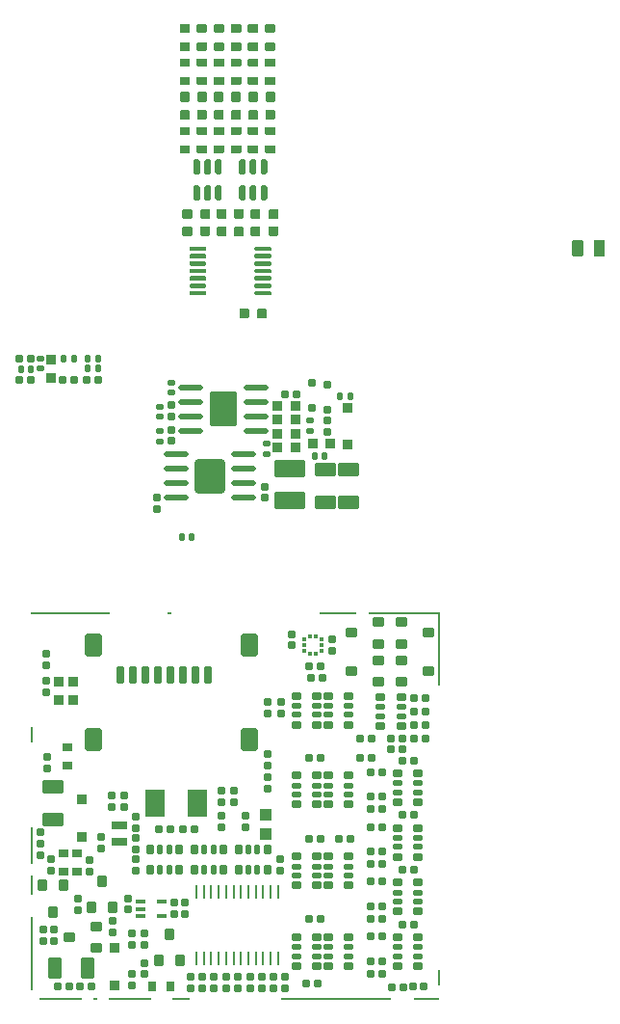
<source format=gbp>
G75*
G70*
%OFA0B0*%
%FSLAX25Y25*%
%IPPOS*%
%LPD*%
%AMOC8*
5,1,8,0,0,1.08239X$1,22.5*
%
%AMM100*
21,1,0.033470,0.026770,-0.000000,0.000000,90.000000*
21,1,0.026770,0.033470,-0.000000,0.000000,90.000000*
1,1,0.006690,0.013390,0.013390*
1,1,0.006690,0.013390,-0.013390*
1,1,0.006690,-0.013390,-0.013390*
1,1,0.006690,-0.013390,0.013390*
%
%AMM139*
21,1,0.019680,0.019680,-0.000000,-0.000000,180.000000*
21,1,0.015750,0.023620,-0.000000,-0.000000,180.000000*
1,1,0.003940,-0.007870,0.009840*
1,1,0.003940,0.007870,0.009840*
1,1,0.003940,0.007870,-0.009840*
1,1,0.003940,-0.007870,-0.009840*
%
%AMM140*
21,1,0.019680,0.019680,-0.000000,-0.000000,90.000000*
21,1,0.015750,0.023620,-0.000000,-0.000000,90.000000*
1,1,0.003940,0.009840,0.007870*
1,1,0.003940,0.009840,-0.007870*
1,1,0.003940,-0.009840,-0.007870*
1,1,0.003940,-0.009840,0.007870*
%
%AMM155*
21,1,0.033470,0.026770,-0.000000,-0.000000,90.000000*
21,1,0.026770,0.033470,-0.000000,-0.000000,90.000000*
1,1,0.006690,0.013390,0.013390*
1,1,0.006690,0.013390,-0.013390*
1,1,0.006690,-0.013390,-0.013390*
1,1,0.006690,-0.013390,0.013390*
%
%AMM156*
21,1,0.023620,0.018900,-0.000000,-0.000000,0.000000*
21,1,0.018900,0.023620,-0.000000,-0.000000,0.000000*
1,1,0.004720,0.009450,-0.009450*
1,1,0.004720,-0.009450,-0.009450*
1,1,0.004720,-0.009450,0.009450*
1,1,0.004720,0.009450,0.009450*
%
%AMM170*
21,1,0.035830,0.026770,0.000000,-0.000000,270.000000*
21,1,0.029130,0.033470,0.000000,-0.000000,270.000000*
1,1,0.006690,-0.013390,-0.014570*
1,1,0.006690,-0.013390,0.014570*
1,1,0.006690,0.013390,0.014570*
1,1,0.006690,0.013390,-0.014570*
%
%AMM171*
21,1,0.070870,0.036220,0.000000,-0.000000,0.000000*
21,1,0.061810,0.045280,0.000000,-0.000000,0.000000*
1,1,0.009060,0.030910,-0.018110*
1,1,0.009060,-0.030910,-0.018110*
1,1,0.009060,-0.030910,0.018110*
1,1,0.009060,0.030910,0.018110*
%
%AMM174*
21,1,0.023620,0.018900,0.000000,-0.000000,0.000000*
21,1,0.018900,0.023620,0.000000,-0.000000,0.000000*
1,1,0.004720,0.009450,-0.009450*
1,1,0.004720,-0.009450,-0.009450*
1,1,0.004720,-0.009450,0.009450*
1,1,0.004720,0.009450,0.009450*
%
%AMM175*
21,1,0.019680,0.019680,0.000000,-0.000000,270.000000*
21,1,0.015750,0.023620,0.000000,-0.000000,270.000000*
1,1,0.003940,-0.009840,-0.007870*
1,1,0.003940,-0.009840,0.007870*
1,1,0.003940,0.009840,0.007870*
1,1,0.003940,0.009840,-0.007870*
%
%AMM176*
21,1,0.019680,0.019680,0.000000,-0.000000,180.000000*
21,1,0.015750,0.023620,0.000000,-0.000000,180.000000*
1,1,0.003940,-0.007870,0.009840*
1,1,0.003940,0.007870,0.009840*
1,1,0.003940,0.007870,-0.009840*
1,1,0.003940,-0.007870,-0.009840*
%
%AMM190*
21,1,0.106300,0.050390,0.000000,-0.000000,0.000000*
21,1,0.093700,0.062990,0.000000,-0.000000,0.000000*
1,1,0.012600,0.046850,-0.025200*
1,1,0.012600,-0.046850,-0.025200*
1,1,0.012600,-0.046850,0.025200*
1,1,0.012600,0.046850,0.025200*
%
%AMM191*
21,1,0.033470,0.026770,0.000000,-0.000000,180.000000*
21,1,0.026770,0.033470,0.000000,-0.000000,180.000000*
1,1,0.006690,-0.013390,0.013390*
1,1,0.006690,0.013390,0.013390*
1,1,0.006690,0.013390,-0.013390*
1,1,0.006690,-0.013390,-0.013390*
%
%AMM192*
21,1,0.023620,0.018900,0.000000,-0.000000,90.000000*
21,1,0.018900,0.023620,0.000000,-0.000000,90.000000*
1,1,0.004720,0.009450,0.009450*
1,1,0.004720,0.009450,-0.009450*
1,1,0.004720,-0.009450,-0.009450*
1,1,0.004720,-0.009450,0.009450*
%
%AMM193*
21,1,0.122050,0.075590,0.000000,-0.000000,90.000000*
21,1,0.103150,0.094490,0.000000,-0.000000,90.000000*
1,1,0.018900,0.037800,0.051580*
1,1,0.018900,0.037800,-0.051580*
1,1,0.018900,-0.037800,-0.051580*
1,1,0.018900,-0.037800,0.051580*
%
%AMM194*
21,1,0.118110,0.083460,0.000000,-0.000000,270.000000*
21,1,0.097240,0.104330,0.000000,-0.000000,270.000000*
1,1,0.020870,-0.041730,-0.048620*
1,1,0.020870,-0.041730,0.048620*
1,1,0.020870,0.041730,0.048620*
1,1,0.020870,0.041730,-0.048620*
%
%AMM200*
21,1,0.025590,0.026380,-0.000000,0.000000,0.000000*
21,1,0.020470,0.031500,-0.000000,0.000000,0.000000*
1,1,0.005120,0.010240,-0.013190*
1,1,0.005120,-0.010240,-0.013190*
1,1,0.005120,-0.010240,0.013190*
1,1,0.005120,0.010240,0.013190*
%
%AMM201*
21,1,0.017720,0.027950,-0.000000,0.000000,0.000000*
21,1,0.014170,0.031500,-0.000000,0.000000,0.000000*
1,1,0.003540,0.007090,-0.013980*
1,1,0.003540,-0.007090,-0.013980*
1,1,0.003540,-0.007090,0.013980*
1,1,0.003540,0.007090,0.013980*
%
%AMM204*
21,1,0.027560,0.018900,-0.000000,0.000000,180.000000*
21,1,0.022840,0.023620,-0.000000,0.000000,180.000000*
1,1,0.004720,-0.011420,0.009450*
1,1,0.004720,0.011420,0.009450*
1,1,0.004720,0.011420,-0.009450*
1,1,0.004720,-0.011420,-0.009450*
%
%AMM206*
21,1,0.027560,0.018900,-0.000000,0.000000,270.000000*
21,1,0.022840,0.023620,-0.000000,0.000000,270.000000*
1,1,0.004720,-0.009450,-0.011420*
1,1,0.004720,-0.009450,0.011420*
1,1,0.004720,0.009450,0.011420*
1,1,0.004720,0.009450,-0.011420*
%
%AMM208*
21,1,0.035430,0.030320,-0.000000,0.000000,0.000000*
21,1,0.028350,0.037400,-0.000000,0.000000,0.000000*
1,1,0.007090,0.014170,-0.015160*
1,1,0.007090,-0.014170,-0.015160*
1,1,0.007090,-0.014170,0.015160*
1,1,0.007090,0.014170,0.015160*
%
%AMM211*
21,1,0.027560,0.030710,-0.000000,0.000000,90.000000*
21,1,0.022050,0.036220,-0.000000,0.000000,90.000000*
1,1,0.005510,0.015350,0.011020*
1,1,0.005510,0.015350,-0.011020*
1,1,0.005510,-0.015350,-0.011020*
1,1,0.005510,-0.015350,0.011020*
%
%AMM232*
21,1,0.025590,0.026380,-0.000000,0.000000,90.000000*
21,1,0.020470,0.031500,-0.000000,0.000000,90.000000*
1,1,0.005120,0.013190,0.010240*
1,1,0.005120,0.013190,-0.010240*
1,1,0.005120,-0.013190,-0.010240*
1,1,0.005120,-0.013190,0.010240*
%
%AMM233*
21,1,0.017720,0.027950,-0.000000,0.000000,90.000000*
21,1,0.014170,0.031500,-0.000000,0.000000,90.000000*
1,1,0.003540,0.013980,0.007090*
1,1,0.003540,0.013980,-0.007090*
1,1,0.003540,-0.013980,-0.007090*
1,1,0.003540,-0.013980,0.007090*
%
%AMM234*
21,1,0.078740,0.045670,-0.000000,0.000000,270.000000*
21,1,0.067320,0.057090,-0.000000,0.000000,270.000000*
1,1,0.011420,-0.022840,-0.033660*
1,1,0.011420,-0.022840,0.033660*
1,1,0.011420,0.022840,0.033660*
1,1,0.011420,0.022840,-0.033660*
%
%AMM235*
21,1,0.059060,0.020470,-0.000000,0.000000,270.000000*
21,1,0.053940,0.025590,-0.000000,0.000000,270.000000*
1,1,0.005120,-0.010240,-0.026970*
1,1,0.005120,-0.010240,0.026970*
1,1,0.005120,0.010240,0.026970*
1,1,0.005120,0.010240,-0.026970*
%
%AMM236*
21,1,0.035430,0.030320,-0.000000,0.000000,270.000000*
21,1,0.028350,0.037400,-0.000000,0.000000,270.000000*
1,1,0.007090,-0.015160,-0.014170*
1,1,0.007090,-0.015160,0.014170*
1,1,0.007090,0.015160,0.014170*
1,1,0.007090,0.015160,-0.014170*
%
%AMM237*
21,1,0.012600,0.028980,-0.000000,0.000000,270.000000*
21,1,0.010080,0.031500,-0.000000,0.000000,270.000000*
1,1,0.002520,-0.014490,-0.005040*
1,1,0.002520,-0.014490,0.005040*
1,1,0.002520,0.014490,0.005040*
1,1,0.002520,0.014490,-0.005040*
%
%AMM238*
21,1,0.070870,0.036220,-0.000000,0.000000,90.000000*
21,1,0.061810,0.045280,-0.000000,0.000000,90.000000*
1,1,0.009060,0.018110,0.030910*
1,1,0.009060,0.018110,-0.030910*
1,1,0.009060,-0.018110,-0.030910*
1,1,0.009060,-0.018110,0.030910*
%
%AMM239*
21,1,0.027560,0.049610,-0.000000,0.000000,90.000000*
21,1,0.022050,0.055120,-0.000000,0.000000,90.000000*
1,1,0.005510,0.024800,0.011020*
1,1,0.005510,0.024800,-0.011020*
1,1,0.005510,-0.024800,-0.011020*
1,1,0.005510,-0.024800,0.011020*
%
%AMM240*
21,1,0.027560,0.030710,-0.000000,0.000000,180.000000*
21,1,0.022050,0.036220,-0.000000,0.000000,180.000000*
1,1,0.005510,-0.011020,0.015350*
1,1,0.005510,0.011020,0.015350*
1,1,0.005510,0.011020,-0.015350*
1,1,0.005510,-0.011020,-0.015350*
%
%AMM98*
21,1,0.035830,0.026770,-0.000000,0.000000,90.000000*
21,1,0.029130,0.033470,-0.000000,0.000000,90.000000*
1,1,0.006690,0.013390,0.014570*
1,1,0.006690,0.013390,-0.014570*
1,1,0.006690,-0.013390,-0.014570*
1,1,0.006690,-0.013390,0.014570*
%
%AMM99*
21,1,0.070870,0.036220,-0.000000,0.000000,180.000000*
21,1,0.061810,0.045280,-0.000000,0.000000,180.000000*
1,1,0.009060,-0.030910,0.018110*
1,1,0.009060,0.030910,0.018110*
1,1,0.009060,0.030910,-0.018110*
1,1,0.009060,-0.030910,-0.018110*
%
%ADD204R,0.01378X0.01476*%
%ADD210R,0.01476X0.01378*%
%ADD251M98*%
%ADD252M99*%
%ADD253M100*%
%ADD275O,0.08661X0.01968*%
%ADD29R,0.14567X0.00787*%
%ADD295M139*%
%ADD296M140*%
%ADD30R,0.01575X0.00787*%
%ADD31R,0.06299X0.00787*%
%ADD311M155*%
%ADD312M156*%
%ADD32R,0.38189X0.00787*%
%ADD326M170*%
%ADD327M171*%
%ADD33R,0.09055X0.00787*%
%ADD330M174*%
%ADD331M175*%
%ADD332M176*%
%ADD34R,0.00787X0.05512*%
%ADD346M190*%
%ADD347M191*%
%ADD348M192*%
%ADD349M193*%
%ADD35R,0.00787X0.25197*%
%ADD350M194*%
%ADD359M200*%
%ADD36R,0.00787X0.06693*%
%ADD360M201*%
%ADD364M204*%
%ADD366M206*%
%ADD368M208*%
%ADD37R,0.00787X0.12992*%
%ADD371M211*%
%ADD38R,0.27559X0.00787*%
%ADD39R,0.12992X0.00787*%
%ADD394M232*%
%ADD395M233*%
%ADD396M234*%
%ADD397M235*%
%ADD398M236*%
%ADD399M237*%
%ADD40R,0.24803X0.00787*%
%ADD400O,0.00984X0.04961*%
%ADD401M238*%
%ADD402R,0.06693X0.09449*%
%ADD403M239*%
%ADD404R,0.04331X0.03937*%
%ADD405M240*%
X0000000Y0000000D02*
%LPD*%
G01*
G36*
G01*
X0171693Y0345079D02*
X0174764Y0345079D01*
G75*
G02*
X0175039Y0344803I0000000J-000276D01*
G01*
X0175039Y0342598D01*
G75*
G02*
X0174764Y0342323I-000276J0000000D01*
G01*
X0171693Y0342323D01*
G75*
G02*
X0171417Y0342598I0000000J0000276D01*
G01*
X0171417Y0344803D01*
G75*
G02*
X0171693Y0345079I0000276J0000000D01*
G01*
G37*
G36*
G01*
X0171693Y0338780D02*
X0174764Y0338780D01*
G75*
G02*
X0175039Y0338504I0000000J-000276D01*
G01*
X0175039Y0336299D01*
G75*
G02*
X0174764Y0336024I-000276J0000000D01*
G01*
X0171693Y0336024D01*
G75*
G02*
X0171417Y0336299I0000000J0000276D01*
G01*
X0171417Y0338504D01*
G75*
G02*
X0171693Y0338780I0000276J0000000D01*
G01*
G37*
G36*
G01*
X0154173Y0333524D02*
X0156850Y0333524D01*
G75*
G02*
X0157185Y0333189I0000000J-000335D01*
G01*
X0157185Y0330512D01*
G75*
G02*
X0156850Y0330177I-000335J0000000D01*
G01*
X0154173Y0330177D01*
G75*
G02*
X0153839Y0330512I0000000J0000335D01*
G01*
X0153839Y0333189D01*
G75*
G02*
X0154173Y0333524I0000335J0000000D01*
G01*
G37*
G36*
G01*
X0154173Y0327303D02*
X0156850Y0327303D01*
G75*
G02*
X0157185Y0326968I0000000J-000335D01*
G01*
X0157185Y0324291D01*
G75*
G02*
X0156850Y0323957I-000335J0000000D01*
G01*
X0154173Y0323957D01*
G75*
G02*
X0153839Y0324291I0000000J0000335D01*
G01*
X0153839Y0326968D01*
G75*
G02*
X0154173Y0327303I0000335J0000000D01*
G01*
G37*
G36*
G01*
X0165984Y0333524D02*
X0168661Y0333524D01*
G75*
G02*
X0168996Y0333189I0000000J-000335D01*
G01*
X0168996Y0330512D01*
G75*
G02*
X0168661Y0330177I-000335J0000000D01*
G01*
X0165984Y0330177D01*
G75*
G02*
X0165650Y0330512I0000000J0000335D01*
G01*
X0165650Y0333189D01*
G75*
G02*
X0165984Y0333524I0000335J0000000D01*
G01*
G37*
G36*
G01*
X0165984Y0327303D02*
X0168661Y0327303D01*
G75*
G02*
X0168996Y0326968I0000000J-000335D01*
G01*
X0168996Y0324291D01*
G75*
G02*
X0168661Y0323957I-000335J0000000D01*
G01*
X0165984Y0323957D01*
G75*
G02*
X0165650Y0324291I0000000J0000335D01*
G01*
X0165650Y0326968D01*
G75*
G02*
X0165984Y0327303I0000335J0000000D01*
G01*
G37*
G36*
G01*
X0174764Y0312402D02*
X0171693Y0312402D01*
G75*
G02*
X0171417Y0312677I0000000J0000276D01*
G01*
X0171417Y0314882D01*
G75*
G02*
X0171693Y0315157I0000276J0000000D01*
G01*
X0174764Y0315157D01*
G75*
G02*
X0175039Y0314882I0000000J-000276D01*
G01*
X0175039Y0312677D01*
G75*
G02*
X0174764Y0312402I-000276J0000000D01*
G01*
G37*
G36*
G01*
X0174764Y0318701D02*
X0171693Y0318701D01*
G75*
G02*
X0171417Y0318976I0000000J0000276D01*
G01*
X0171417Y0321181D01*
G75*
G02*
X0171693Y0321457I0000276J0000000D01*
G01*
X0174764Y0321457D01*
G75*
G02*
X0175039Y0321181I0000000J-000276D01*
G01*
X0175039Y0318976D01*
G75*
G02*
X0174764Y0318701I-000276J0000000D01*
G01*
G37*
G36*
G01*
X0160079Y0333524D02*
X0162756Y0333524D01*
G75*
G02*
X0163091Y0333189I0000000J-000335D01*
G01*
X0163091Y0330512D01*
G75*
G02*
X0162756Y0330177I-000335J0000000D01*
G01*
X0160079Y0330177D01*
G75*
G02*
X0159744Y0330512I0000000J0000335D01*
G01*
X0159744Y0333189D01*
G75*
G02*
X0160079Y0333524I0000335J0000000D01*
G01*
G37*
G36*
G01*
X0160079Y0327303D02*
X0162756Y0327303D01*
G75*
G02*
X0163091Y0326968I0000000J-000335D01*
G01*
X0163091Y0324291D01*
G75*
G02*
X0162756Y0323957I-000335J0000000D01*
G01*
X0160079Y0323957D01*
G75*
G02*
X0159744Y0324291I0000000J0000335D01*
G01*
X0159744Y0326968D01*
G75*
G02*
X0160079Y0327303I0000335J0000000D01*
G01*
G37*
G36*
G01*
X0177598Y0345079D02*
X0180669Y0345079D01*
G75*
G02*
X0180945Y0344803I0000000J-000276D01*
G01*
X0180945Y0342598D01*
G75*
G02*
X0180669Y0342323I-000276J0000000D01*
G01*
X0177598Y0342323D01*
G75*
G02*
X0177323Y0342598I0000000J0000276D01*
G01*
X0177323Y0344803D01*
G75*
G02*
X0177598Y0345079I0000276J0000000D01*
G01*
G37*
G36*
G01*
X0177598Y0338780D02*
X0180669Y0338780D01*
G75*
G02*
X0180945Y0338504I0000000J-000276D01*
G01*
X0180945Y0336299D01*
G75*
G02*
X0180669Y0336024I-000276J0000000D01*
G01*
X0177598Y0336024D01*
G75*
G02*
X0177323Y0336299I0000000J0000276D01*
G01*
X0177323Y0338504D01*
G75*
G02*
X0177598Y0338780I0000276J0000000D01*
G01*
G37*
G36*
G01*
X0157087Y0263583D02*
X0157087Y0264370D01*
G75*
G02*
X0157480Y0264764I0000394J0000000D01*
G01*
X0162500Y0264764D01*
G75*
G02*
X0162894Y0264370I0000000J-000394D01*
G01*
X0162894Y0263583D01*
G75*
G02*
X0162500Y0263189I-000394J0000000D01*
G01*
X0157480Y0263189D01*
G75*
G02*
X0157087Y0263583I0000000J0000394D01*
G01*
G37*
G36*
G01*
X0157087Y0266142D02*
X0157087Y0266929D01*
G75*
G02*
X0157480Y0267323I0000394J0000000D01*
G01*
X0162500Y0267323D01*
G75*
G02*
X0162894Y0266929I0000000J-000394D01*
G01*
X0162894Y0266142D01*
G75*
G02*
X0162500Y0265748I-000394J0000000D01*
G01*
X0157480Y0265748D01*
G75*
G02*
X0157087Y0266142I0000000J0000394D01*
G01*
G37*
G36*
G01*
X0157087Y0268701D02*
X0157087Y0269488D01*
G75*
G02*
X0157480Y0269882I0000394J0000000D01*
G01*
X0162500Y0269882D01*
G75*
G02*
X0162894Y0269488I0000000J-000394D01*
G01*
X0162894Y0268701D01*
G75*
G02*
X0162500Y0268307I-000394J0000000D01*
G01*
X0157480Y0268307D01*
G75*
G02*
X0157087Y0268701I0000000J0000394D01*
G01*
G37*
G36*
G01*
X0157087Y0271260D02*
X0157087Y0272047D01*
G75*
G02*
X0157480Y0272441I0000394J0000000D01*
G01*
X0162500Y0272441D01*
G75*
G02*
X0162894Y0272047I0000000J-000394D01*
G01*
X0162894Y0271260D01*
G75*
G02*
X0162500Y0270866I-000394J0000000D01*
G01*
X0157480Y0270866D01*
G75*
G02*
X0157087Y0271260I0000000J0000394D01*
G01*
G37*
G36*
G01*
X0157087Y0273819D02*
X0157087Y0274606D01*
G75*
G02*
X0157480Y0275000I0000394J0000000D01*
G01*
X0162500Y0275000D01*
G75*
G02*
X0162894Y0274606I0000000J-000394D01*
G01*
X0162894Y0273819D01*
G75*
G02*
X0162500Y0273425I-000394J0000000D01*
G01*
X0157480Y0273425D01*
G75*
G02*
X0157087Y0273819I0000000J0000394D01*
G01*
G37*
G36*
G01*
X0157087Y0276378D02*
X0157087Y0277165D01*
G75*
G02*
X0157480Y0277559I0000394J0000000D01*
G01*
X0162500Y0277559D01*
G75*
G02*
X0162894Y0277165I0000000J-000394D01*
G01*
X0162894Y0276378D01*
G75*
G02*
X0162500Y0275984I-000394J0000000D01*
G01*
X0157480Y0275984D01*
G75*
G02*
X0157087Y0276378I0000000J0000394D01*
G01*
G37*
G36*
G01*
X0157087Y0278937D02*
X0157087Y0279724D01*
G75*
G02*
X0157480Y0280118I0000394J0000000D01*
G01*
X0162500Y0280118D01*
G75*
G02*
X0162894Y0279724I0000000J-000394D01*
G01*
X0162894Y0278937D01*
G75*
G02*
X0162500Y0278543I-000394J0000000D01*
G01*
X0157480Y0278543D01*
G75*
G02*
X0157087Y0278937I0000000J0000394D01*
G01*
G37*
G36*
G01*
X0179626Y0278937D02*
X0179626Y0279724D01*
G75*
G02*
X0180020Y0280118I0000394J0000000D01*
G01*
X0185039Y0280118D01*
G75*
G02*
X0185433Y0279724I0000000J-000394D01*
G01*
X0185433Y0278937D01*
G75*
G02*
X0185039Y0278543I-000394J0000000D01*
G01*
X0180020Y0278543D01*
G75*
G02*
X0179626Y0278937I0000000J0000394D01*
G01*
G37*
G36*
G01*
X0179626Y0276378D02*
X0179626Y0277165D01*
G75*
G02*
X0180020Y0277559I0000394J0000000D01*
G01*
X0185039Y0277559D01*
G75*
G02*
X0185433Y0277165I0000000J-000394D01*
G01*
X0185433Y0276378D01*
G75*
G02*
X0185039Y0275984I-000394J0000000D01*
G01*
X0180020Y0275984D01*
G75*
G02*
X0179626Y0276378I0000000J0000394D01*
G01*
G37*
G36*
G01*
X0179626Y0273819D02*
X0179626Y0274606D01*
G75*
G02*
X0180020Y0275000I0000394J0000000D01*
G01*
X0185039Y0275000D01*
G75*
G02*
X0185433Y0274606I0000000J-000394D01*
G01*
X0185433Y0273819D01*
G75*
G02*
X0185039Y0273425I-000394J0000000D01*
G01*
X0180020Y0273425D01*
G75*
G02*
X0179626Y0273819I0000000J0000394D01*
G01*
G37*
G36*
G01*
X0179626Y0271260D02*
X0179626Y0272047D01*
G75*
G02*
X0180020Y0272441I0000394J0000000D01*
G01*
X0185039Y0272441D01*
G75*
G02*
X0185433Y0272047I0000000J-000394D01*
G01*
X0185433Y0271260D01*
G75*
G02*
X0185039Y0270866I-000394J0000000D01*
G01*
X0180020Y0270866D01*
G75*
G02*
X0179626Y0271260I0000000J0000394D01*
G01*
G37*
G36*
G01*
X0179626Y0268701D02*
X0179626Y0269488D01*
G75*
G02*
X0180020Y0269882I0000394J0000000D01*
G01*
X0185039Y0269882D01*
G75*
G02*
X0185433Y0269488I0000000J-000394D01*
G01*
X0185433Y0268701D01*
G75*
G02*
X0185039Y0268307I-000394J0000000D01*
G01*
X0180020Y0268307D01*
G75*
G02*
X0179626Y0268701I0000000J0000394D01*
G01*
G37*
G36*
G01*
X0179626Y0266142D02*
X0179626Y0266929D01*
G75*
G02*
X0180020Y0267323I0000394J0000000D01*
G01*
X0185039Y0267323D01*
G75*
G02*
X0185433Y0266929I0000000J-000394D01*
G01*
X0185433Y0266142D01*
G75*
G02*
X0185039Y0265748I-000394J0000000D01*
G01*
X0180020Y0265748D01*
G75*
G02*
X0179626Y0266142I0000000J0000394D01*
G01*
G37*
G36*
G01*
X0179626Y0263583D02*
X0179626Y0264370D01*
G75*
G02*
X0180020Y0264764I0000394J0000000D01*
G01*
X0185039Y0264764D01*
G75*
G02*
X0185433Y0264370I0000000J-000394D01*
G01*
X0185433Y0263583D01*
G75*
G02*
X0185039Y0263189I-000394J0000000D01*
G01*
X0180020Y0263189D01*
G75*
G02*
X0179626Y0263583I0000000J0000394D01*
G01*
G37*
G36*
G01*
X0175551Y0283602D02*
X0172874Y0283602D01*
G75*
G02*
X0172539Y0283937I0000000J0000335D01*
G01*
X0172539Y0286614D01*
G75*
G02*
X0172874Y0286949I0000335J0000000D01*
G01*
X0175551Y0286949D01*
G75*
G02*
X0175886Y0286614I0000000J-000335D01*
G01*
X0175886Y0283937D01*
G75*
G02*
X0175551Y0283602I-000335J0000000D01*
G01*
G37*
G36*
G01*
X0175551Y0289823D02*
X0172874Y0289823D01*
G75*
G02*
X0172539Y0290157I0000000J0000335D01*
G01*
X0172539Y0292835D01*
G75*
G02*
X0172874Y0293169I0000335J0000000D01*
G01*
X0175551Y0293169D01*
G75*
G02*
X0175886Y0292835I0000000J-000335D01*
G01*
X0175886Y0290157D01*
G75*
G02*
X0175551Y0289823I-000335J0000000D01*
G01*
G37*
G36*
G01*
X0162953Y0312402D02*
X0159882Y0312402D01*
G75*
G02*
X0159606Y0312677I0000000J0000276D01*
G01*
X0159606Y0314882D01*
G75*
G02*
X0159882Y0315157I0000276J0000000D01*
G01*
X0162953Y0315157D01*
G75*
G02*
X0163228Y0314882I0000000J-000276D01*
G01*
X0163228Y0312677D01*
G75*
G02*
X0162953Y0312402I-000276J0000000D01*
G01*
G37*
G36*
G01*
X0162953Y0318701D02*
X0159882Y0318701D01*
G75*
G02*
X0159606Y0318976I0000000J0000276D01*
G01*
X0159606Y0321181D01*
G75*
G02*
X0159882Y0321457I0000276J0000000D01*
G01*
X0162953Y0321457D01*
G75*
G02*
X0163228Y0321181I0000000J-000276D01*
G01*
X0163228Y0318976D01*
G75*
G02*
X0162953Y0318701I-000276J0000000D01*
G01*
G37*
G36*
G01*
X0157047Y0312402D02*
X0153976Y0312402D01*
G75*
G02*
X0153701Y0312677I0000000J0000276D01*
G01*
X0153701Y0314882D01*
G75*
G02*
X0153976Y0315157I0000276J0000000D01*
G01*
X0157047Y0315157D01*
G75*
G02*
X0157323Y0314882I0000000J-000276D01*
G01*
X0157323Y0312677D01*
G75*
G02*
X0157047Y0312402I-000276J0000000D01*
G01*
G37*
G36*
G01*
X0157047Y0318701D02*
X0153976Y0318701D01*
G75*
G02*
X0153701Y0318976I0000000J0000276D01*
G01*
X0153701Y0321181D01*
G75*
G02*
X0153976Y0321457I0000276J0000000D01*
G01*
X0157047Y0321457D01*
G75*
G02*
X0157323Y0321181I0000000J-000276D01*
G01*
X0157323Y0318976D01*
G75*
G02*
X0157047Y0318701I-000276J0000000D01*
G01*
G37*
G36*
G01*
X0180669Y0312402D02*
X0177598Y0312402D01*
G75*
G02*
X0177323Y0312677I0000000J0000276D01*
G01*
X0177323Y0314882D01*
G75*
G02*
X0177598Y0315157I0000276J0000000D01*
G01*
X0180669Y0315157D01*
G75*
G02*
X0180945Y0314882I0000000J-000276D01*
G01*
X0180945Y0312677D01*
G75*
G02*
X0180669Y0312402I-000276J0000000D01*
G01*
G37*
G36*
G01*
X0180669Y0318701D02*
X0177598Y0318701D01*
G75*
G02*
X0177323Y0318976I0000000J0000276D01*
G01*
X0177323Y0321181D01*
G75*
G02*
X0177598Y0321457I0000276J0000000D01*
G01*
X0180669Y0321457D01*
G75*
G02*
X0180945Y0321181I0000000J-000276D01*
G01*
X0180945Y0318976D01*
G75*
G02*
X0180669Y0318701I-000276J0000000D01*
G01*
G37*
G36*
G01*
X0171890Y0333524D02*
X0174567Y0333524D01*
G75*
G02*
X0174902Y0333189I0000000J-000335D01*
G01*
X0174902Y0330512D01*
G75*
G02*
X0174567Y0330177I-000335J0000000D01*
G01*
X0171890Y0330177D01*
G75*
G02*
X0171555Y0330512I0000000J0000335D01*
G01*
X0171555Y0333189D01*
G75*
G02*
X0171890Y0333524I0000335J0000000D01*
G01*
G37*
G36*
G01*
X0171890Y0327303D02*
X0174567Y0327303D01*
G75*
G02*
X0174902Y0326968I0000000J-000335D01*
G01*
X0174902Y0324291D01*
G75*
G02*
X0174567Y0323957I-000335J0000000D01*
G01*
X0171890Y0323957D01*
G75*
G02*
X0171555Y0324291I0000000J0000335D01*
G01*
X0171555Y0326968D01*
G75*
G02*
X0171890Y0327303I0000335J0000000D01*
G01*
G37*
G36*
G01*
X0183465Y0296063D02*
X0182283Y0296063D01*
G75*
G02*
X0181693Y0296654I0000000J0000591D01*
G01*
X0181693Y0300689D01*
G75*
G02*
X0182283Y0301280I0000591J0000000D01*
G01*
X0183465Y0301280D01*
G75*
G02*
X0184055Y0300689I0000000J-000591D01*
G01*
X0184055Y0296654D01*
G75*
G02*
X0183465Y0296063I-000591J0000000D01*
G01*
G37*
G36*
G01*
X0179724Y0296063D02*
X0178543Y0296063D01*
G75*
G02*
X0177953Y0296654I0000000J0000591D01*
G01*
X0177953Y0300689D01*
G75*
G02*
X0178543Y0301280I0000591J0000000D01*
G01*
X0179724Y0301280D01*
G75*
G02*
X0180315Y0300689I0000000J-000591D01*
G01*
X0180315Y0296654D01*
G75*
G02*
X0179724Y0296063I-000591J0000000D01*
G01*
G37*
G36*
G01*
X0175984Y0296063D02*
X0174803Y0296063D01*
G75*
G02*
X0174213Y0296654I0000000J0000591D01*
G01*
X0174213Y0300689D01*
G75*
G02*
X0174803Y0301280I0000591J0000000D01*
G01*
X0175984Y0301280D01*
G75*
G02*
X0176575Y0300689I0000000J-000591D01*
G01*
X0176575Y0296654D01*
G75*
G02*
X0175984Y0296063I-000591J0000000D01*
G01*
G37*
G36*
G01*
X0175984Y0305020D02*
X0174803Y0305020D01*
G75*
G02*
X0174213Y0305610I0000000J0000591D01*
G01*
X0174213Y0309646D01*
G75*
G02*
X0174803Y0310236I0000591J0000000D01*
G01*
X0175984Y0310236D01*
G75*
G02*
X0176575Y0309646I0000000J-000591D01*
G01*
X0176575Y0305610D01*
G75*
G02*
X0175984Y0305020I-000591J0000000D01*
G01*
G37*
G36*
G01*
X0179724Y0305020D02*
X0178543Y0305020D01*
G75*
G02*
X0177953Y0305610I0000000J0000591D01*
G01*
X0177953Y0309646D01*
G75*
G02*
X0178543Y0310236I0000591J0000000D01*
G01*
X0179724Y0310236D01*
G75*
G02*
X0180315Y0309646I0000000J-000591D01*
G01*
X0180315Y0305610D01*
G75*
G02*
X0179724Y0305020I-000591J0000000D01*
G01*
G37*
G36*
G01*
X0183465Y0305020D02*
X0182283Y0305020D01*
G75*
G02*
X0181693Y0305610I0000000J0000591D01*
G01*
X0181693Y0309646D01*
G75*
G02*
X0182283Y0310236I0000591J0000000D01*
G01*
X0183465Y0310236D01*
G75*
G02*
X0184055Y0309646I0000000J-000591D01*
G01*
X0184055Y0305610D01*
G75*
G02*
X0183465Y0305020I-000591J0000000D01*
G01*
G37*
G36*
G01*
X0164232Y0286772D02*
X0164232Y0284094D01*
G75*
G02*
X0163898Y0283760I-000335J0000000D01*
G01*
X0161220Y0283760D01*
G75*
G02*
X0160886Y0284094I0000000J0000335D01*
G01*
X0160886Y0286772D01*
G75*
G02*
X0161220Y0287106I0000335J0000000D01*
G01*
X0163898Y0287106D01*
G75*
G02*
X0164232Y0286772I0000000J-000335D01*
G01*
G37*
G36*
G01*
X0158012Y0286772D02*
X0158012Y0284094D01*
G75*
G02*
X0157677Y0283760I-000335J0000000D01*
G01*
X0155000Y0283760D01*
G75*
G02*
X0154665Y0284094I0000000J0000335D01*
G01*
X0154665Y0286772D01*
G75*
G02*
X0155000Y0287106I0000335J0000000D01*
G01*
X0157677Y0287106D01*
G75*
G02*
X0158012Y0286772I0000000J-000335D01*
G01*
G37*
G36*
G01*
X0153976Y0345079D02*
X0157047Y0345079D01*
G75*
G02*
X0157323Y0344803I0000000J-000276D01*
G01*
X0157323Y0342598D01*
G75*
G02*
X0157047Y0342323I-000276J0000000D01*
G01*
X0153976Y0342323D01*
G75*
G02*
X0153701Y0342598I0000000J0000276D01*
G01*
X0153701Y0344803D01*
G75*
G02*
X0153976Y0345079I0000276J0000000D01*
G01*
G37*
G36*
G01*
X0153976Y0338780D02*
X0157047Y0338780D01*
G75*
G02*
X0157323Y0338504I0000000J-000276D01*
G01*
X0157323Y0336299D01*
G75*
G02*
X0157047Y0336024I-000276J0000000D01*
G01*
X0153976Y0336024D01*
G75*
G02*
X0153701Y0336299I0000000J0000276D01*
G01*
X0153701Y0338504D01*
G75*
G02*
X0153976Y0338780I0000276J0000000D01*
G01*
G37*
G36*
G01*
X0183701Y0333524D02*
X0186378Y0333524D01*
G75*
G02*
X0186713Y0333189I0000000J-000335D01*
G01*
X0186713Y0330512D01*
G75*
G02*
X0186378Y0330177I-000335J0000000D01*
G01*
X0183701Y0330177D01*
G75*
G02*
X0183366Y0330512I0000000J0000335D01*
G01*
X0183366Y0333189D01*
G75*
G02*
X0183701Y0333524I0000335J0000000D01*
G01*
G37*
G36*
G01*
X0183701Y0327303D02*
X0186378Y0327303D01*
G75*
G02*
X0186713Y0326968I0000000J-000335D01*
G01*
X0186713Y0324291D01*
G75*
G02*
X0186378Y0323957I-000335J0000000D01*
G01*
X0183701Y0323957D01*
G75*
G02*
X0183366Y0324291I0000000J0000335D01*
G01*
X0183366Y0326968D01*
G75*
G02*
X0183701Y0327303I0000335J0000000D01*
G01*
G37*
G36*
G01*
X0153980Y0356890D02*
X0157051Y0356890D01*
G75*
G02*
X0157327Y0356614I0000000J-000276D01*
G01*
X0157327Y0354409D01*
G75*
G02*
X0157051Y0354134I-000276J0000000D01*
G01*
X0153980Y0354134D01*
G75*
G02*
X0153705Y0354409I0000000J0000276D01*
G01*
X0153705Y0356614D01*
G75*
G02*
X0153980Y0356890I0000276J0000000D01*
G01*
G37*
G36*
G01*
X0153980Y0350591D02*
X0157051Y0350591D01*
G75*
G02*
X0157327Y0350315I0000000J-000276D01*
G01*
X0157327Y0348110D01*
G75*
G02*
X0157051Y0347835I-000276J0000000D01*
G01*
X0153980Y0347835D01*
G75*
G02*
X0153705Y0348110I0000000J0000276D01*
G01*
X0153705Y0350315D01*
G75*
G02*
X0153980Y0350591I0000276J0000000D01*
G01*
G37*
G36*
G01*
X0174350Y0255551D02*
X0174350Y0258228D01*
G75*
G02*
X0174685Y0258563I0000335J0000000D01*
G01*
X0177362Y0258563D01*
G75*
G02*
X0177697Y0258228I0000000J-000335D01*
G01*
X0177697Y0255551D01*
G75*
G02*
X0177362Y0255217I-000335J0000000D01*
G01*
X0174685Y0255217D01*
G75*
G02*
X0174350Y0255551I0000000J0000335D01*
G01*
G37*
G36*
G01*
X0180571Y0255551D02*
X0180571Y0258228D01*
G75*
G02*
X0180906Y0258563I0000335J0000000D01*
G01*
X0183583Y0258563D01*
G75*
G02*
X0183917Y0258228I0000000J-000335D01*
G01*
X0183917Y0255551D01*
G75*
G02*
X0183583Y0255217I-000335J0000000D01*
G01*
X0180906Y0255217D01*
G75*
G02*
X0180571Y0255551I0000000J0000335D01*
G01*
G37*
G36*
G01*
X0165787Y0345079D02*
X0168858Y0345079D01*
G75*
G02*
X0169134Y0344803I0000000J-000276D01*
G01*
X0169134Y0342598D01*
G75*
G02*
X0168858Y0342323I-000276J0000000D01*
G01*
X0165787Y0342323D01*
G75*
G02*
X0165512Y0342598I0000000J0000276D01*
G01*
X0165512Y0344803D01*
G75*
G02*
X0165787Y0345079I0000276J0000000D01*
G01*
G37*
G36*
G01*
X0165787Y0338780D02*
X0168858Y0338780D01*
G75*
G02*
X0169134Y0338504I0000000J-000276D01*
G01*
X0169134Y0336299D01*
G75*
G02*
X0168858Y0336024I-000276J0000000D01*
G01*
X0165787Y0336024D01*
G75*
G02*
X0165512Y0336299I0000000J0000276D01*
G01*
X0165512Y0338504D01*
G75*
G02*
X0165787Y0338780I0000276J0000000D01*
G01*
G37*
G36*
G01*
X0177795Y0333524D02*
X0180472Y0333524D01*
G75*
G02*
X0180807Y0333189I0000000J-000335D01*
G01*
X0180807Y0330512D01*
G75*
G02*
X0180472Y0330177I-000335J0000000D01*
G01*
X0177795Y0330177D01*
G75*
G02*
X0177461Y0330512I0000000J0000335D01*
G01*
X0177461Y0333189D01*
G75*
G02*
X0177795Y0333524I0000335J0000000D01*
G01*
G37*
G36*
G01*
X0177795Y0327303D02*
X0180472Y0327303D01*
G75*
G02*
X0180807Y0326968I0000000J-000335D01*
G01*
X0180807Y0324291D01*
G75*
G02*
X0180472Y0323957I-000335J0000000D01*
G01*
X0177795Y0323957D01*
G75*
G02*
X0177461Y0324291I0000000J0000335D01*
G01*
X0177461Y0326968D01*
G75*
G02*
X0177795Y0327303I0000335J0000000D01*
G01*
G37*
G36*
G01*
X0159882Y0356890D02*
X0162953Y0356890D01*
G75*
G02*
X0163228Y0356614I0000000J-000276D01*
G01*
X0163228Y0354409D01*
G75*
G02*
X0162953Y0354134I-000276J0000000D01*
G01*
X0159882Y0354134D01*
G75*
G02*
X0159606Y0354409I0000000J0000276D01*
G01*
X0159606Y0356614D01*
G75*
G02*
X0159882Y0356890I0000276J0000000D01*
G01*
G37*
G36*
G01*
X0159882Y0350591D02*
X0162953Y0350591D01*
G75*
G02*
X0163228Y0350315I0000000J-000276D01*
G01*
X0163228Y0348110D01*
G75*
G02*
X0162953Y0347835I-000276J0000000D01*
G01*
X0159882Y0347835D01*
G75*
G02*
X0159606Y0348110I0000000J0000276D01*
G01*
X0159606Y0350315D01*
G75*
G02*
X0159882Y0350591I0000276J0000000D01*
G01*
G37*
G36*
G01*
X0187854Y0292677D02*
X0187854Y0290000D01*
G75*
G02*
X0187520Y0289665I-000335J0000000D01*
G01*
X0184843Y0289665D01*
G75*
G02*
X0184508Y0290000I0000000J0000335D01*
G01*
X0184508Y0292677D01*
G75*
G02*
X0184843Y0293012I0000335J0000000D01*
G01*
X0187520Y0293012D01*
G75*
G02*
X0187854Y0292677I0000000J-000335D01*
G01*
G37*
G36*
G01*
X0181634Y0292677D02*
X0181634Y0290000D01*
G75*
G02*
X0181299Y0289665I-000335J0000000D01*
G01*
X0178622Y0289665D01*
G75*
G02*
X0178287Y0290000I0000000J0000335D01*
G01*
X0178287Y0292677D01*
G75*
G02*
X0178622Y0293012I0000335J0000000D01*
G01*
X0181299Y0293012D01*
G75*
G02*
X0181634Y0292677I0000000J-000335D01*
G01*
G37*
G36*
G01*
X0168858Y0312402D02*
X0165787Y0312402D01*
G75*
G02*
X0165512Y0312677I0000000J0000276D01*
G01*
X0165512Y0314882D01*
G75*
G02*
X0165787Y0315157I0000276J0000000D01*
G01*
X0168858Y0315157D01*
G75*
G02*
X0169134Y0314882I0000000J-000276D01*
G01*
X0169134Y0312677D01*
G75*
G02*
X0168858Y0312402I-000276J0000000D01*
G01*
G37*
G36*
G01*
X0168858Y0318701D02*
X0165787Y0318701D01*
G75*
G02*
X0165512Y0318976I0000000J0000276D01*
G01*
X0165512Y0321181D01*
G75*
G02*
X0165787Y0321457I0000276J0000000D01*
G01*
X0168858Y0321457D01*
G75*
G02*
X0169134Y0321181I0000000J-000276D01*
G01*
X0169134Y0318976D01*
G75*
G02*
X0168858Y0318701I-000276J0000000D01*
G01*
G37*
G36*
G01*
X0178287Y0284094D02*
X0178287Y0286772D01*
G75*
G02*
X0178622Y0287106I0000335J0000000D01*
G01*
X0181299Y0287106D01*
G75*
G02*
X0181634Y0286772I0000000J-000335D01*
G01*
X0181634Y0284094D01*
G75*
G02*
X0181299Y0283760I-000335J0000000D01*
G01*
X0178622Y0283760D01*
G75*
G02*
X0178287Y0284094I0000000J0000335D01*
G01*
G37*
G36*
G01*
X0184508Y0284094D02*
X0184508Y0286772D01*
G75*
G02*
X0184843Y0287106I0000335J0000000D01*
G01*
X0187520Y0287106D01*
G75*
G02*
X0187854Y0286772I0000000J-000335D01*
G01*
X0187854Y0284094D01*
G75*
G02*
X0187520Y0283760I-000335J0000000D01*
G01*
X0184843Y0283760D01*
G75*
G02*
X0184508Y0284094I0000000J0000335D01*
G01*
G37*
G36*
G01*
X0167717Y0296063D02*
X0166535Y0296063D01*
G75*
G02*
X0165945Y0296654I0000000J0000591D01*
G01*
X0165945Y0300689D01*
G75*
G02*
X0166535Y0301280I0000591J0000000D01*
G01*
X0167717Y0301280D01*
G75*
G02*
X0168307Y0300689I0000000J-000591D01*
G01*
X0168307Y0296654D01*
G75*
G02*
X0167717Y0296063I-000591J0000000D01*
G01*
G37*
G36*
G01*
X0163976Y0296063D02*
X0162795Y0296063D01*
G75*
G02*
X0162205Y0296654I0000000J0000591D01*
G01*
X0162205Y0300689D01*
G75*
G02*
X0162795Y0301280I0000591J0000000D01*
G01*
X0163976Y0301280D01*
G75*
G02*
X0164567Y0300689I0000000J-000591D01*
G01*
X0164567Y0296654D01*
G75*
G02*
X0163976Y0296063I-000591J0000000D01*
G01*
G37*
G36*
G01*
X0160236Y0296063D02*
X0159055Y0296063D01*
G75*
G02*
X0158465Y0296654I0000000J0000591D01*
G01*
X0158465Y0300689D01*
G75*
G02*
X0159055Y0301280I0000591J0000000D01*
G01*
X0160236Y0301280D01*
G75*
G02*
X0160827Y0300689I0000000J-000591D01*
G01*
X0160827Y0296654D01*
G75*
G02*
X0160236Y0296063I-000591J0000000D01*
G01*
G37*
G36*
G01*
X0160236Y0305020D02*
X0159055Y0305020D01*
G75*
G02*
X0158465Y0305610I0000000J0000591D01*
G01*
X0158465Y0309646D01*
G75*
G02*
X0159055Y0310236I0000591J0000000D01*
G01*
X0160236Y0310236D01*
G75*
G02*
X0160827Y0309646I0000000J-000591D01*
G01*
X0160827Y0305610D01*
G75*
G02*
X0160236Y0305020I-000591J0000000D01*
G01*
G37*
G36*
G01*
X0163976Y0305020D02*
X0162795Y0305020D01*
G75*
G02*
X0162205Y0305610I0000000J0000591D01*
G01*
X0162205Y0309646D01*
G75*
G02*
X0162795Y0310236I0000591J0000000D01*
G01*
X0163976Y0310236D01*
G75*
G02*
X0164567Y0309646I0000000J-000591D01*
G01*
X0164567Y0305610D01*
G75*
G02*
X0163976Y0305020I-000591J0000000D01*
G01*
G37*
G36*
G01*
X0167717Y0305020D02*
X0166535Y0305020D01*
G75*
G02*
X0165945Y0305610I0000000J0000591D01*
G01*
X0165945Y0309646D01*
G75*
G02*
X0166535Y0310236I0000591J0000000D01*
G01*
X0167717Y0310236D01*
G75*
G02*
X0168307Y0309646I0000000J-000591D01*
G01*
X0168307Y0305610D01*
G75*
G02*
X0167717Y0305020I-000591J0000000D01*
G01*
G37*
G36*
G01*
X0177598Y0356890D02*
X0180669Y0356890D01*
G75*
G02*
X0180945Y0356614I0000000J-000276D01*
G01*
X0180945Y0354409D01*
G75*
G02*
X0180669Y0354134I-000276J0000000D01*
G01*
X0177598Y0354134D01*
G75*
G02*
X0177323Y0354409I0000000J0000276D01*
G01*
X0177323Y0356614D01*
G75*
G02*
X0177598Y0356890I0000276J0000000D01*
G01*
G37*
G36*
G01*
X0177598Y0350591D02*
X0180669Y0350591D01*
G75*
G02*
X0180945Y0350315I0000000J-000276D01*
G01*
X0180945Y0348110D01*
G75*
G02*
X0180669Y0347835I-000276J0000000D01*
G01*
X0177598Y0347835D01*
G75*
G02*
X0177323Y0348110I0000000J0000276D01*
G01*
X0177323Y0350315D01*
G75*
G02*
X0177598Y0350591I0000276J0000000D01*
G01*
G37*
G36*
G01*
X0183504Y0356890D02*
X0186575Y0356890D01*
G75*
G02*
X0186850Y0356614I0000000J-000276D01*
G01*
X0186850Y0354409D01*
G75*
G02*
X0186575Y0354134I-000276J0000000D01*
G01*
X0183504Y0354134D01*
G75*
G02*
X0183228Y0354409I0000000J0000276D01*
G01*
X0183228Y0356614D01*
G75*
G02*
X0183504Y0356890I0000276J0000000D01*
G01*
G37*
G36*
G01*
X0183504Y0350591D02*
X0186575Y0350591D01*
G75*
G02*
X0186850Y0350315I0000000J-000276D01*
G01*
X0186850Y0348110D01*
G75*
G02*
X0186575Y0347835I-000276J0000000D01*
G01*
X0183504Y0347835D01*
G75*
G02*
X0183228Y0348110I0000000J0000276D01*
G01*
X0183228Y0350315D01*
G75*
G02*
X0183504Y0350591I0000276J0000000D01*
G01*
G37*
G36*
G01*
X0159882Y0345079D02*
X0162953Y0345079D01*
G75*
G02*
X0163228Y0344803I0000000J-000276D01*
G01*
X0163228Y0342598D01*
G75*
G02*
X0162953Y0342323I-000276J0000000D01*
G01*
X0159882Y0342323D01*
G75*
G02*
X0159606Y0342598I0000000J0000276D01*
G01*
X0159606Y0344803D01*
G75*
G02*
X0159882Y0345079I0000276J0000000D01*
G01*
G37*
G36*
G01*
X0159882Y0338780D02*
X0162953Y0338780D01*
G75*
G02*
X0163228Y0338504I0000000J-000276D01*
G01*
X0163228Y0336299D01*
G75*
G02*
X0162953Y0336024I-000276J0000000D01*
G01*
X0159882Y0336024D01*
G75*
G02*
X0159606Y0336299I0000000J0000276D01*
G01*
X0159606Y0338504D01*
G75*
G02*
X0159882Y0338780I0000276J0000000D01*
G01*
G37*
G36*
G01*
X0289547Y0277067D02*
X0289547Y0281988D01*
G75*
G02*
X0289941Y0282382I0000394J0000000D01*
G01*
X0293091Y0282382D01*
G75*
G02*
X0293484Y0281988I0000000J-000394D01*
G01*
X0293484Y0277067D01*
G75*
G02*
X0293091Y0276673I-000394J0000000D01*
G01*
X0289941Y0276673D01*
G75*
G02*
X0289547Y0277067I0000000J0000394D01*
G01*
G37*
G36*
G01*
X0297028Y0277067D02*
X0297028Y0281988D01*
G75*
G02*
X0297421Y0282382I0000394J0000000D01*
G01*
X0300571Y0282382D01*
G75*
G02*
X0300965Y0281988I0000000J-000394D01*
G01*
X0300965Y0277067D01*
G75*
G02*
X0300571Y0276673I-000394J0000000D01*
G01*
X0297421Y0276673D01*
G75*
G02*
X0297028Y0277067I0000000J0000394D01*
G01*
G37*
G36*
G01*
X0186575Y0312402D02*
X0183504Y0312402D01*
G75*
G02*
X0183228Y0312677I0000000J0000276D01*
G01*
X0183228Y0314882D01*
G75*
G02*
X0183504Y0315157I0000276J0000000D01*
G01*
X0186575Y0315157D01*
G75*
G02*
X0186850Y0314882I0000000J-000276D01*
G01*
X0186850Y0312677D01*
G75*
G02*
X0186575Y0312402I-000276J0000000D01*
G01*
G37*
G36*
G01*
X0186575Y0318701D02*
X0183504Y0318701D01*
G75*
G02*
X0183228Y0318976I0000000J0000276D01*
G01*
X0183228Y0321181D01*
G75*
G02*
X0183504Y0321457I0000276J0000000D01*
G01*
X0186575Y0321457D01*
G75*
G02*
X0186850Y0321181I0000000J-000276D01*
G01*
X0186850Y0318976D01*
G75*
G02*
X0186575Y0318701I-000276J0000000D01*
G01*
G37*
G36*
G01*
X0183504Y0345079D02*
X0186575Y0345079D01*
G75*
G02*
X0186850Y0344803I0000000J-000276D01*
G01*
X0186850Y0342598D01*
G75*
G02*
X0186575Y0342323I-000276J0000000D01*
G01*
X0183504Y0342323D01*
G75*
G02*
X0183228Y0342598I0000000J0000276D01*
G01*
X0183228Y0344803D01*
G75*
G02*
X0183504Y0345079I0000276J0000000D01*
G01*
G37*
G36*
G01*
X0183504Y0338780D02*
X0186575Y0338780D01*
G75*
G02*
X0186850Y0338504I0000000J-000276D01*
G01*
X0186850Y0336299D01*
G75*
G02*
X0186575Y0336024I-000276J0000000D01*
G01*
X0183504Y0336024D01*
G75*
G02*
X0183228Y0336299I0000000J0000276D01*
G01*
X0183228Y0338504D01*
G75*
G02*
X0183504Y0338780I0000276J0000000D01*
G01*
G37*
G36*
G01*
X0165787Y0356890D02*
X0168858Y0356890D01*
G75*
G02*
X0169134Y0356614I0000000J-000276D01*
G01*
X0169134Y0354409D01*
G75*
G02*
X0168858Y0354134I-000276J0000000D01*
G01*
X0165787Y0354134D01*
G75*
G02*
X0165512Y0354409I0000000J0000276D01*
G01*
X0165512Y0356614D01*
G75*
G02*
X0165787Y0356890I0000276J0000000D01*
G01*
G37*
G36*
G01*
X0165787Y0350591D02*
X0168858Y0350591D01*
G75*
G02*
X0169134Y0350315I0000000J-000276D01*
G01*
X0169134Y0348110D01*
G75*
G02*
X0168858Y0347835I-000276J0000000D01*
G01*
X0165787Y0347835D01*
G75*
G02*
X0165512Y0348110I0000000J0000276D01*
G01*
X0165512Y0350315D01*
G75*
G02*
X0165787Y0350591I0000276J0000000D01*
G01*
G37*
G36*
G01*
X0169646Y0283602D02*
X0166969Y0283602D01*
G75*
G02*
X0166634Y0283937I0000000J0000335D01*
G01*
X0166634Y0286614D01*
G75*
G02*
X0166969Y0286949I0000335J0000000D01*
G01*
X0169646Y0286949D01*
G75*
G02*
X0169980Y0286614I0000000J-000335D01*
G01*
X0169980Y0283937D01*
G75*
G02*
X0169646Y0283602I-000335J0000000D01*
G01*
G37*
G36*
G01*
X0169646Y0289823D02*
X0166969Y0289823D01*
G75*
G02*
X0166634Y0290157I0000000J0000335D01*
G01*
X0166634Y0292835D01*
G75*
G02*
X0166969Y0293169I0000335J0000000D01*
G01*
X0169646Y0293169D01*
G75*
G02*
X0169980Y0292835I0000000J-000335D01*
G01*
X0169980Y0290157D01*
G75*
G02*
X0169646Y0289823I-000335J0000000D01*
G01*
G37*
G36*
G01*
X0164232Y0292677D02*
X0164232Y0290000D01*
G75*
G02*
X0163898Y0289665I-000335J0000000D01*
G01*
X0161220Y0289665D01*
G75*
G02*
X0160886Y0290000I0000000J0000335D01*
G01*
X0160886Y0292677D01*
G75*
G02*
X0161220Y0293012I0000335J0000000D01*
G01*
X0163898Y0293012D01*
G75*
G02*
X0164232Y0292677I0000000J-000335D01*
G01*
G37*
G36*
G01*
X0158012Y0292677D02*
X0158012Y0290000D01*
G75*
G02*
X0157677Y0289665I-000335J0000000D01*
G01*
X0155000Y0289665D01*
G75*
G02*
X0154665Y0290000I0000000J0000335D01*
G01*
X0154665Y0292677D01*
G75*
G02*
X0155000Y0293012I0000335J0000000D01*
G01*
X0157677Y0293012D01*
G75*
G02*
X0158012Y0292677I0000000J-000335D01*
G01*
G37*
G36*
G01*
X0171693Y0356890D02*
X0174764Y0356890D01*
G75*
G02*
X0175039Y0356614I0000000J-000276D01*
G01*
X0175039Y0354409D01*
G75*
G02*
X0174764Y0354134I-000276J0000000D01*
G01*
X0171693Y0354134D01*
G75*
G02*
X0171417Y0354409I0000000J0000276D01*
G01*
X0171417Y0356614D01*
G75*
G02*
X0171693Y0356890I0000276J0000000D01*
G01*
G37*
G36*
G01*
X0171693Y0350591D02*
X0174764Y0350591D01*
G75*
G02*
X0175039Y0350315I0000000J-000276D01*
G01*
X0175039Y0348110D01*
G75*
G02*
X0174764Y0347835I-000276J0000000D01*
G01*
X0171693Y0347835D01*
G75*
G02*
X0171417Y0348110I0000000J0000276D01*
G01*
X0171417Y0350315D01*
G75*
G02*
X0171693Y0350591I0000276J0000000D01*
G01*
G37*
X0135531Y0241437D02*
G01*
G75*
D326*
X0211909Y0211522D02*
D03*
X0211909Y0224514D02*
D03*
D327*
X0212303Y0191662D02*
D03*
X0212303Y0203079D02*
D03*
X0204271Y0191662D02*
D03*
X0204271Y0203079D02*
D03*
D330*
X0190255Y0229035D02*
D03*
X0194192Y0229035D02*
D03*
X0204822Y0232382D02*
D03*
X0204822Y0223720D02*
D03*
X0199574Y0233169D02*
D03*
X0199574Y0224508D02*
D03*
D331*
X0146948Y0221282D02*
D03*
X0146948Y0224826D02*
D03*
X0183681Y0211891D02*
D03*
X0183681Y0208347D02*
D03*
X0198786Y0219888D02*
D03*
X0198786Y0216345D02*
D03*
X0146948Y0212664D02*
D03*
X0146948Y0216207D02*
D03*
X0150885Y0233169D02*
D03*
X0150885Y0229626D02*
D03*
D332*
X0200361Y0207684D02*
D03*
X0203905Y0207684D02*
D03*
X0212763Y0228451D02*
D03*
X0209219Y0228451D02*
D03*
X0154446Y0179687D02*
D03*
X0157990Y0179687D02*
D03*
D346*
X0191830Y0192224D02*
D03*
X0191830Y0203248D02*
D03*
D347*
X0187507Y0224902D02*
D03*
X0193727Y0224902D02*
D03*
X0187507Y0210808D02*
D03*
X0193727Y0210808D02*
D03*
X0187507Y0215499D02*
D03*
X0193727Y0215499D02*
D03*
X0187507Y0220191D02*
D03*
X0193727Y0220191D02*
D03*
X0199751Y0211989D02*
D03*
X0205972Y0211989D02*
D03*
D348*
X0150885Y0221479D02*
D03*
X0150885Y0225416D02*
D03*
X0150885Y0216798D02*
D03*
X0150885Y0212861D02*
D03*
X0204822Y0220085D02*
D03*
X0204822Y0216148D02*
D03*
X0183208Y0197152D02*
D03*
X0183208Y0193215D02*
D03*
X0145767Y0189376D02*
D03*
X0145767Y0193314D02*
D03*
D275*
X0157645Y0216365D02*
D03*
X0157645Y0221365D02*
D03*
X0157645Y0226365D02*
D03*
X0157645Y0231365D02*
D03*
X0180282Y0216365D02*
D03*
X0180282Y0221365D02*
D03*
X0180282Y0226365D02*
D03*
X0180282Y0231365D02*
D03*
X0152362Y0193298D02*
D03*
X0152362Y0198298D02*
D03*
X0152362Y0203298D02*
D03*
X0152362Y0208298D02*
D03*
X0175787Y0193298D02*
D03*
X0175787Y0198298D02*
D03*
X0175787Y0203298D02*
D03*
X0175787Y0208298D02*
D03*
D349*
X0168963Y0223865D02*
D03*
D350*
X0164074Y0200798D02*
D03*
X0094587Y0222343D02*
%LPD*%
G01*
X0130020Y0244193D02*
G01*
G75*
D312*
X0102067Y0233957D02*
D03*
X0098130Y0233957D02*
D03*
X0113190Y0233957D02*
D03*
X0117127Y0233957D02*
D03*
X0121556Y0233957D02*
D03*
X0125493Y0233957D02*
D03*
X0102067Y0241240D02*
D03*
X0098130Y0241240D02*
D03*
D296*
X0105452Y0241437D02*
D03*
X0105452Y0237894D02*
D03*
D311*
X0109337Y0234724D02*
D03*
X0109337Y0240945D02*
D03*
D295*
X0121949Y0237894D02*
D03*
X0125492Y0237894D02*
D03*
X0113583Y0241437D02*
D03*
X0117126Y0241437D02*
D03*
X0098721Y0237836D02*
D03*
X0102264Y0237836D02*
D03*
X0125492Y0241437D02*
D03*
X0121949Y0241437D02*
D03*
X0243799Y0019783D02*
G01*
G75*
D37*
X0102460Y0073130D02*
D03*
D36*
X0102460Y0059350D02*
D03*
D39*
X0208563Y0153248D02*
D03*
D34*
X0102460Y0111515D02*
D03*
X0243405Y0027263D02*
D03*
D35*
X0243405Y0141043D02*
D03*
X0102460Y0035531D02*
D03*
D32*
X0207775Y0020177D02*
D03*
D33*
X0239271Y0020177D02*
D03*
D31*
X0154035Y0020177D02*
D03*
D40*
X0231397Y0153248D02*
D03*
D38*
X0115846Y0153248D02*
D03*
D29*
X0136516Y0020177D02*
D03*
X0112500Y0020177D02*
D03*
D30*
X0124508Y0020177D02*
D03*
X0150098Y0153248D02*
D03*
D359*
X0158760Y0071752D02*
D03*
X0184055Y0071752D02*
D03*
X0168799Y0071752D02*
D03*
X0174015Y0071752D02*
D03*
X0143504Y0064665D02*
D03*
X0143504Y0071752D02*
D03*
X0153543Y0071752D02*
D03*
X0153543Y0064665D02*
D03*
X0184055Y0064665D02*
D03*
X0174015Y0064665D02*
D03*
X0168799Y0064665D02*
D03*
X0158760Y0064665D02*
D03*
D360*
X0162205Y0071752D02*
D03*
X0177460Y0071752D02*
D03*
X0165354Y0071752D02*
D03*
X0180610Y0071752D02*
D03*
X0150098Y0071752D02*
D03*
X0146949Y0071752D02*
D03*
X0146949Y0064665D02*
D03*
X0150098Y0064665D02*
D03*
X0177460Y0064665D02*
D03*
X0180610Y0064665D02*
D03*
X0162205Y0064665D02*
D03*
X0165354Y0064665D02*
D03*
D364*
X0105610Y0073720D02*
D03*
X0105610Y0069783D02*
D03*
X0109153Y0068208D02*
D03*
X0109153Y0064271D02*
D03*
X0126476Y0076082D02*
D03*
X0126476Y0072145D02*
D03*
X0184178Y0104735D02*
D03*
X0184178Y0100798D02*
D03*
X0184178Y0096539D02*
D03*
X0184178Y0092602D02*
D03*
X0151711Y0053217D02*
D03*
X0151711Y0049280D02*
D03*
X0155434Y0053217D02*
D03*
X0155434Y0049280D02*
D03*
X0118602Y0050801D02*
D03*
X0118602Y0054738D02*
D03*
X0107669Y0139435D02*
D03*
X0107908Y0103687D02*
D03*
X0184178Y0118602D02*
D03*
X0130020Y0086318D02*
D03*
X0134350Y0086318D02*
D03*
X0138569Y0082888D02*
D03*
X0138514Y0071611D02*
D03*
X0168174Y0092027D02*
D03*
X0168174Y0083238D02*
D03*
X0176659Y0079301D02*
D03*
X0206525Y0144218D02*
D03*
X0188681Y0118602D02*
D03*
X0105610Y0077657D02*
D03*
X0122539Y0068109D02*
D03*
X0138605Y0064271D02*
D03*
X0137207Y0042618D02*
D03*
X0137207Y0028553D02*
D03*
X0141437Y0042618D02*
D03*
X0141437Y0028553D02*
D03*
X0188345Y0068256D02*
D03*
X0190256Y0023720D02*
D03*
X0130020Y0090255D02*
D03*
X0168174Y0079301D02*
D03*
X0168174Y0088090D02*
D03*
X0172662Y0088090D02*
D03*
X0172662Y0092027D02*
D03*
X0192618Y0146161D02*
D03*
X0192618Y0142224D02*
D03*
X0206525Y0140281D02*
D03*
X0135701Y0054836D02*
D03*
X0135701Y0050899D02*
D03*
X0137207Y0024615D02*
D03*
X0138605Y0068208D02*
D03*
X0176659Y0083238D02*
D03*
X0138514Y0075548D02*
D03*
X0138569Y0078951D02*
D03*
X0141437Y0038681D02*
D03*
X0188345Y0064319D02*
D03*
X0190256Y0027657D02*
D03*
X0107908Y0099750D02*
D03*
X0105610Y0073720D02*
D03*
X0130634Y0046948D02*
D03*
X0130634Y0043011D02*
D03*
X0137207Y0038681D02*
D03*
X0188681Y0122539D02*
D03*
X0184178Y0122539D02*
D03*
X0134350Y0090255D02*
D03*
X0107669Y0135498D02*
D03*
X0107669Y0126182D02*
D03*
X0107669Y0130119D02*
D03*
X0122539Y0064172D02*
D03*
X0141437Y0032490D02*
D03*
X0186319Y0023720D02*
D03*
X0186319Y0027657D02*
D03*
X0173917Y0023720D02*
D03*
X0173917Y0027657D02*
D03*
X0169783Y0023720D02*
D03*
X0169783Y0027657D02*
D03*
X0161515Y0023720D02*
D03*
X0161515Y0027657D02*
D03*
X0165649Y0023720D02*
D03*
X0165649Y0027657D02*
D03*
X0157382Y0023720D02*
D03*
X0157382Y0027657D02*
D03*
X0178051Y0023720D02*
D03*
X0178051Y0027657D02*
D03*
X0182185Y0023720D02*
D03*
X0182185Y0027657D02*
D03*
D366*
X0154823Y0078710D02*
D03*
X0150590Y0078710D02*
D03*
X0238681Y0124114D02*
D03*
X0238681Y0119389D02*
D03*
X0238681Y0114665D02*
D03*
X0238681Y0109941D02*
D03*
X0110334Y0039862D02*
D03*
X0110334Y0043996D02*
D03*
X0202555Y0135176D02*
D03*
X0198618Y0135176D02*
D03*
X0111516Y0024247D02*
D03*
X0115452Y0024247D02*
D03*
X0146653Y0078710D02*
D03*
X0158760Y0078710D02*
D03*
X0203051Y0131004D02*
D03*
X0199114Y0131004D02*
D03*
X0230827Y0106231D02*
D03*
X0226890Y0106231D02*
D03*
X0226890Y0109941D02*
D03*
X0230827Y0109941D02*
D03*
X0216240Y0109941D02*
D03*
X0220177Y0109941D02*
D03*
X0234744Y0109941D02*
D03*
X0234744Y0114665D02*
D03*
X0234744Y0124114D02*
D03*
X0234744Y0119389D02*
D03*
X0201550Y0025282D02*
D03*
X0197613Y0025282D02*
D03*
X0198523Y0075492D02*
D03*
X0202460Y0075492D02*
D03*
X0208760Y0075492D02*
D03*
X0212697Y0075492D02*
D03*
X0198523Y0047539D02*
D03*
X0202460Y0047539D02*
D03*
X0223917Y0070964D02*
D03*
X0219980Y0070964D02*
D03*
X0223917Y0041634D02*
D03*
X0219980Y0041634D02*
D03*
X0223917Y0028838D02*
D03*
X0219980Y0028838D02*
D03*
X0230827Y0045730D02*
D03*
X0234764Y0045730D02*
D03*
X0231201Y0024114D02*
D03*
X0227264Y0024114D02*
D03*
X0234350Y0024311D02*
D03*
X0238287Y0024311D02*
D03*
X0123042Y0024247D02*
D03*
X0119105Y0024247D02*
D03*
X0106397Y0039862D02*
D03*
X0106397Y0043996D02*
D03*
X0219980Y0047736D02*
D03*
X0223917Y0047736D02*
D03*
X0219980Y0052066D02*
D03*
X0223917Y0052066D02*
D03*
X0219980Y0060531D02*
D03*
X0223917Y0060531D02*
D03*
X0234764Y0064697D02*
D03*
X0230827Y0064697D02*
D03*
X0202460Y0103444D02*
D03*
X0198523Y0103444D02*
D03*
X0219980Y0033169D02*
D03*
X0223917Y0033169D02*
D03*
X0234764Y0083540D02*
D03*
X0230827Y0083540D02*
D03*
X0219980Y0079429D02*
D03*
X0223917Y0079429D02*
D03*
X0219980Y0066634D02*
D03*
X0223917Y0066634D02*
D03*
X0234764Y0102520D02*
D03*
X0230827Y0102520D02*
D03*
X0219980Y0098327D02*
D03*
X0223917Y0098327D02*
D03*
X0219980Y0089862D02*
D03*
X0223917Y0089862D02*
D03*
X0219980Y0085531D02*
D03*
X0223917Y0085531D02*
D03*
X0216240Y0103308D02*
D03*
X0220177Y0103308D02*
D03*
D368*
X0113543Y0059340D02*
D03*
X0123018Y0051600D02*
D03*
X0146388Y0033267D02*
D03*
D371*
X0114960Y0106988D02*
D03*
X0114960Y0100688D02*
D03*
X0113582Y0070374D02*
D03*
X0113582Y0064074D02*
D03*
X0118208Y0070374D02*
D03*
X0118208Y0064074D02*
D03*
D368*
X0150129Y0042519D02*
D03*
X0130498Y0051600D02*
D03*
X0126758Y0060852D02*
D03*
X0106063Y0059340D02*
D03*
X0109803Y0050088D02*
D03*
X0153869Y0033267D02*
D03*
D394*
X0194193Y0097244D02*
D03*
X0201279Y0097244D02*
D03*
X0201279Y0087204D02*
D03*
X0194193Y0087204D02*
D03*
X0201279Y0069291D02*
D03*
X0201279Y0041338D02*
D03*
X0205216Y0059252D02*
D03*
X0230413Y0114370D02*
D03*
X0223327Y0114370D02*
D03*
X0223327Y0124409D02*
D03*
X0230413Y0124409D02*
D03*
X0212303Y0031299D02*
D03*
X0205216Y0031299D02*
D03*
X0205216Y0041338D02*
D03*
X0212303Y0041338D02*
D03*
X0194193Y0041338D02*
D03*
X0201279Y0031299D02*
D03*
X0194193Y0031299D02*
D03*
X0212303Y0059252D02*
D03*
X0205216Y0069291D02*
D03*
X0212303Y0069291D02*
D03*
X0194193Y0069291D02*
D03*
X0201279Y0059252D02*
D03*
X0194193Y0059252D02*
D03*
X0236122Y0060236D02*
D03*
X0229035Y0060236D02*
D03*
X0229035Y0050196D02*
D03*
X0236122Y0050196D02*
D03*
X0236122Y0041338D02*
D03*
X0229035Y0041338D02*
D03*
X0229035Y0031299D02*
D03*
X0236122Y0031299D02*
D03*
X0236122Y0079134D02*
D03*
X0229035Y0079134D02*
D03*
X0229035Y0069094D02*
D03*
X0236122Y0069094D02*
D03*
X0236122Y0098031D02*
D03*
X0229035Y0098031D02*
D03*
X0229035Y0087992D02*
D03*
X0236122Y0087992D02*
D03*
X0212303Y0097244D02*
D03*
X0205216Y0097244D02*
D03*
X0205216Y0087204D02*
D03*
X0212303Y0087204D02*
D03*
X0212303Y0124803D02*
D03*
X0205216Y0124803D02*
D03*
X0205216Y0114763D02*
D03*
X0212303Y0114763D02*
D03*
X0194193Y0114763D02*
D03*
X0201279Y0114763D02*
D03*
X0201279Y0124803D02*
D03*
X0194193Y0124803D02*
D03*
D395*
X0201279Y0090649D02*
D03*
X0201279Y0093799D02*
D03*
X0194193Y0093799D02*
D03*
X0194193Y0090649D02*
D03*
X0201279Y0065846D02*
D03*
X0201279Y0037893D02*
D03*
X0205216Y0062696D02*
D03*
X0223327Y0120964D02*
D03*
X0223327Y0117815D02*
D03*
X0230413Y0117815D02*
D03*
X0230413Y0120964D02*
D03*
X0205216Y0037893D02*
D03*
X0205216Y0034744D02*
D03*
X0212303Y0034744D02*
D03*
X0212303Y0037893D02*
D03*
X0201279Y0034744D02*
D03*
X0194193Y0037893D02*
D03*
X0194193Y0034744D02*
D03*
X0205216Y0065846D02*
D03*
X0212303Y0062696D02*
D03*
X0212303Y0065846D02*
D03*
X0201279Y0062697D02*
D03*
X0194193Y0065846D02*
D03*
X0194193Y0062697D02*
D03*
X0236122Y0056791D02*
D03*
X0236122Y0053641D02*
D03*
X0229035Y0053641D02*
D03*
X0229035Y0056791D02*
D03*
X0236122Y0037894D02*
D03*
X0236122Y0034744D02*
D03*
X0229035Y0034744D02*
D03*
X0229035Y0037894D02*
D03*
X0236122Y0075689D02*
D03*
X0236122Y0072539D02*
D03*
X0229035Y0072539D02*
D03*
X0229035Y0075689D02*
D03*
X0236122Y0094586D02*
D03*
X0236122Y0091437D02*
D03*
X0229035Y0091437D02*
D03*
X0229035Y0094586D02*
D03*
X0212303Y0093799D02*
D03*
X0212303Y0090649D02*
D03*
X0205216Y0090649D02*
D03*
X0205216Y0093799D02*
D03*
X0212303Y0121358D02*
D03*
X0212303Y0118208D02*
D03*
X0205216Y0118208D02*
D03*
X0205216Y0121358D02*
D03*
X0194193Y0118208D02*
D03*
X0194193Y0121358D02*
D03*
X0201279Y0121358D02*
D03*
X0201279Y0118208D02*
D03*
D253*
X0116929Y0129586D02*
D03*
X0111939Y0129586D02*
D03*
X0111939Y0123366D02*
D03*
X0116929Y0123366D02*
D03*
D396*
X0123819Y0142224D02*
D03*
X0123819Y0109547D02*
D03*
X0177952Y0142224D02*
D03*
X0177952Y0109547D02*
D03*
D397*
X0141850Y0131988D02*
D03*
X0133189Y0131988D02*
D03*
X0137519Y0131988D02*
D03*
X0146181Y0131988D02*
D03*
X0150512Y0131988D02*
D03*
X0154842Y0131988D02*
D03*
X0159173Y0131988D02*
D03*
X0163504Y0131988D02*
D03*
D398*
X0222460Y0150295D02*
D03*
X0222460Y0137091D02*
D03*
X0230492Y0142814D02*
D03*
X0230492Y0129611D02*
D03*
X0213208Y0146555D02*
D03*
X0213208Y0133351D02*
D03*
X0239744Y0133351D02*
D03*
X0124823Y0045177D02*
D03*
X0115571Y0041437D02*
D03*
X0239744Y0146555D02*
D03*
D210*
X0196687Y0144218D02*
D03*
X0196687Y0140281D02*
D03*
X0202691Y0144218D02*
D03*
X0202691Y0142250D02*
D03*
X0196687Y0142250D02*
D03*
X0202691Y0140281D02*
D03*
D399*
X0140039Y0053653D02*
D03*
X0140039Y0048535D02*
D03*
X0140039Y0051094D02*
D03*
X0147520Y0053653D02*
D03*
X0147520Y0048535D02*
D03*
D400*
X0159547Y0056870D02*
D03*
X0162106Y0033878D02*
D03*
X0159547Y0033878D02*
D03*
X0182578Y0056870D02*
D03*
X0185137Y0033878D02*
D03*
X0187697Y0033878D02*
D03*
X0182578Y0033878D02*
D03*
X0180019Y0033878D02*
D03*
X0177460Y0033878D02*
D03*
X0174901Y0033878D02*
D03*
X0172342Y0033878D02*
D03*
X0169783Y0033878D02*
D03*
X0167224Y0033878D02*
D03*
X0164665Y0033878D02*
D03*
X0187697Y0056870D02*
D03*
X0185137Y0056870D02*
D03*
X0180019Y0056870D02*
D03*
X0177460Y0056870D02*
D03*
X0174901Y0056870D02*
D03*
X0172342Y0056870D02*
D03*
X0169783Y0056870D02*
D03*
X0167224Y0056870D02*
D03*
X0164665Y0056870D02*
D03*
X0162106Y0056870D02*
D03*
D401*
X0121960Y0030807D02*
D03*
X0110542Y0030807D02*
D03*
D251*
X0119825Y0088897D02*
D03*
X0119825Y0075905D02*
D03*
X0131025Y0024820D02*
D03*
X0131025Y0037812D02*
D03*
D402*
X0145230Y0087672D02*
D03*
X0159797Y0087672D02*
D03*
D204*
X0200673Y0139248D02*
D03*
X0198705Y0139248D02*
D03*
X0198705Y0145252D02*
D03*
X0200673Y0145252D02*
D03*
D403*
X0132707Y0074261D02*
D03*
X0132707Y0080166D02*
D03*
D398*
X0222460Y0142814D02*
D03*
X0222460Y0129611D02*
D03*
X0230492Y0137091D02*
D03*
X0124823Y0037696D02*
D03*
X0230492Y0150295D02*
D03*
D404*
X0183366Y0077064D02*
D03*
X0183366Y0083757D02*
D03*
D252*
X0109829Y0093425D02*
D03*
X0109829Y0082008D02*
D03*
D405*
X0144193Y0024508D02*
D03*
X0150492Y0024508D02*
D03*
M02*

</source>
